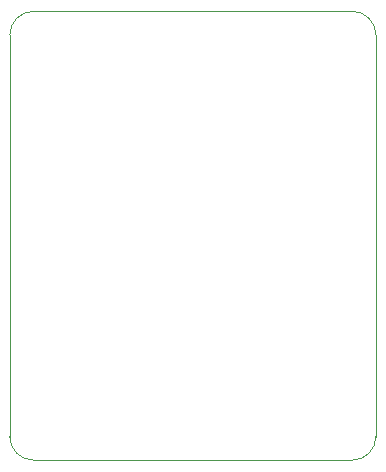
<source format=gbr>
G04 #@! TF.GenerationSoftware,KiCad,Pcbnew,5.1.5+dfsg1-2build2*
G04 #@! TF.CreationDate,2021-03-05T11:50:16+01:00*
G04 #@! TF.ProjectId,buttons,62757474-6f6e-4732-9e6b-696361645f70,rev?*
G04 #@! TF.SameCoordinates,Original*
G04 #@! TF.FileFunction,Profile,NP*
%FSLAX46Y46*%
G04 Gerber Fmt 4.6, Leading zero omitted, Abs format (unit mm)*
G04 Created by KiCad (PCBNEW 5.1.5+dfsg1-2build2) date 2021-03-05 11:50:16*
%MOMM*%
%LPD*%
G04 APERTURE LIST*
%ADD10C,0.100000*%
G04 APERTURE END LIST*
D10*
X200000000Y-125000000D02*
G75*
G02X198000000Y-123000000I0J2000000D01*
G01*
X198000000Y-89000000D02*
G75*
G02X200000000Y-87000000I2000000J0D01*
G01*
X227000000Y-87000000D02*
G75*
G02X229000000Y-89000000I0J-2000000D01*
G01*
X229000000Y-123000000D02*
G75*
G02X227000000Y-125000000I-2000000J0D01*
G01*
X198000000Y-123000000D02*
X198000000Y-89000000D01*
X227000000Y-125000000D02*
X200000000Y-125000000D01*
X229000000Y-89000000D02*
X229000000Y-123000000D01*
X200000000Y-87000000D02*
X227000000Y-87000000D01*
M02*

</source>
